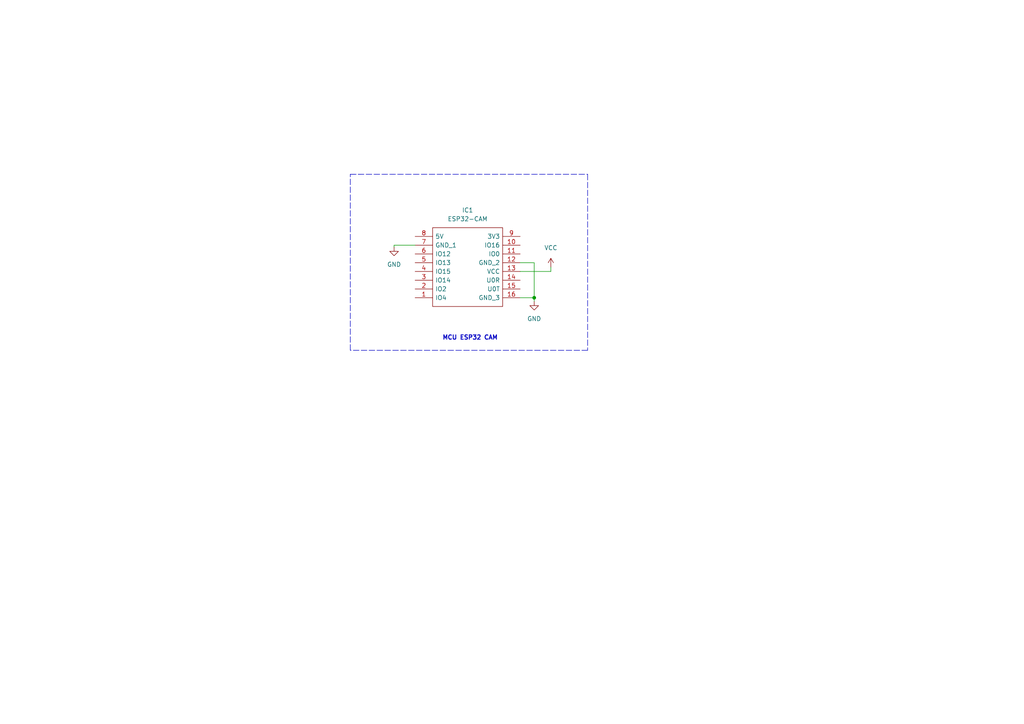
<source format=kicad_sch>
(kicad_sch (version 20211123) (generator eeschema)
  (paper "A4")
  (title_block (title "Módulo de cámara ESP32 para Crazyflie 1.0") (date "2022-10-31") (company "Instituto Tecnológico de Costa Rica") (comment 1 "@ocastro @ealvarado"))
  (lib_symbols
    (symbol "ESP32-CAM:ESP32-CAM" (pin_names (offset 0.762))
      (property "Reference" "IC" (at 26.67 7.62 0))
      (property "Value" "ESP32-CAM" (at 26.67 5.08 0))
      (symbol "ESP32-CAM_0_0"
        (pin passive line (at 0 -17.78 0) (length 5.08) (name "IO4") (number "1"))
        (pin passive line (at 30.48 -2.54 180) (length 5.08) (name "IO16") (number "10"))
        (pin passive line (at 30.48 -5.08 180) (length 5.08) (name "IO0") (number "11"))
        (pin passive line (at 30.48 -7.62 180) (length 5.08) (name "GND_2") (number "12"))
        (pin passive line (at 30.48 -10.16 180) (length 5.08) (name "VCC") (number "13"))
        (pin passive line (at 30.48 -12.7 180) (length 5.08) (name "U0R") (number "14"))
        (pin passive line (at 30.48 -15.24 180) (length 5.08) (name "U0T") (number "15"))
        (pin passive line (at 30.48 -17.78 180) (length 5.08) (name "GND_3") (number "16"))
        (pin passive line (at 0 -15.24 0) (length 5.08) (name "IO2") (number "2"))
        (pin passive line (at 0 -12.7 0) (length 5.08) (name "IO14") (number "3"))
        (pin passive line (at 0 -10.16 0) (length 5.08) (name "IO15") (number "4"))
        (pin passive line (at 0 -7.62 0) (length 5.08) (name "IO13") (number "5"))
        (pin passive line (at 0 -5.08 0) (length 5.08) (name "IO12") (number "6"))
        (pin passive line (at 0 -2.54 0) (length 5.08) (name "GND_1") (number "7"))
        (pin passive line (at 0 0 0) (length 5.08) (name "5V") (number "8"))
        (pin passive line (at 30.48 0 180) (length 5.08) (name "3V3") (number "9"))
      )
      (symbol "ESP32-CAM_0_1"
        (polyline (pts (xy 5.08 2.54) (xy 25.4 2.54) (xy 25.4 -20.32) (xy 5.08 -20.32) (xy 5.08 2.54)) (stroke (width 0.1524)))
      )
    )
    (symbol "power:GND" (power) (pin_names (offset 0))
      (property "Value" "GND" (at 0 -3.81 0))
      (symbol "GND_0_1"
        (polyline (pts (xy 0 0) (xy 0 -1.27) (xy 1.27 -1.27) (xy 0 -2.54) (xy -1.27 -1.27) (xy 0 -1.27)))
      )
      (symbol "GND_1_1"
        (pin power_in line (at 0 0 270) (length 0) hide (name "GND") (number "1"))
      )
    )
    (symbol "power:VCC" (power) (pin_names (offset 0))
      (property "Value" "VCC" (at 0 3.81 0))
      (symbol "VCC_0_1"
        (polyline (pts (xy -0.762 1.27) (xy 0 2.54)))
        (polyline (pts (xy 0 0) (xy 0 2.54)))
        (polyline (pts (xy 0 2.54) (xy 0.762 1.27)))
      )
      (symbol "VCC_1_1"
        (pin power_in line (at 0 0 90) (length 0) hide (name "VCC") (number "1"))
      )
    )
  )
  (junction (at 154.94 86.36))
  (polyline (pts (xy 101.6 101.6) (xy 101.6 50.546)))
  (polyline (pts (xy 101.6 50.546) (xy 104.648 50.546)))
  (polyline (pts (xy 170.434 50.546) (xy 170.434 101.6)))
  (wire (pts (xy 154.94 87.376) (xy 154.94 86.36)))
  (polyline (pts (xy 101.6 50.546) (xy 170.434 50.546)))
  (polyline (pts (xy 170.434 101.6) (xy 101.6 101.6)))
  (wire (pts (xy 114.3 71.628) (xy 114.3 71.12)))
  (wire (pts (xy 159.766 77.47) (xy 159.766 78.74)))
  (wire (pts (xy 150.876 78.74) (xy 159.766 78.74)))
  (wire (pts (xy 154.94 76.2) (xy 154.94 86.36)))
  (wire (pts (xy 150.876 76.2) (xy 154.94 76.2)))
  (wire (pts (xy 150.876 86.36) (xy 154.94 86.36)))
  (wire (pts (xy 114.3 71.12) (xy 120.396 71.12)))
  (text "MCU ESP32 CAM " (at 128.27 98.806 0) (effects (font (size 1.27 1.27) (thickness 0.254) bold) (justify left bottom)))
  (symbol (lib_id "power:GND") (at 154.94 87.376 0) (unit 1)
    (property "Reference" "#PWR02" (effects hide))
    (property "Value" "GND" (at 154.94 92.456 0))
  )
  (symbol (lib_id "power:GND") (at 114.3 71.628 0) (unit 1)
    (property "Reference" "#PWR01" (effects hide))
    (property "Value" "GND" (at 114.3 76.708 0))
  )
  (symbol (lib_id "power:VCC") (at 159.766 77.47 0) (unit 1)
    (property "Reference" "#PWR03" (effects hide))
    (property "Value" "VCC" (at 159.766 71.882 0))
  )
  (symbol (lib_id "ESP32-CAM:ESP32-CAM") (at 120.396 68.58 0) (unit 1)
    (property "Reference" "IC1" (at 135.636 60.96 0))
    (property "Value" "ESP32-CAM" (at 135.636 63.5 0))
    (property "Footprint" "ESP32 CAM:ESP32CAM" (effects hide))
    (property "Datasheet" "https://datasheet.lcsc.com/szlcsc/Ai-Thinker-ESP32-CAM_C277946.pdf" (effects hide))
    (property "Description" "Modules PCBA Module RoHS" (effects hide))
    (property "Height" "5" (effects hide))
    (property "Manufacturer_Name" "Ai-Thinker" (effects hide))
    (property "Manufacturer_Part_Number" "ESP32-CAM" (effects hide))
  )
)
</source>
